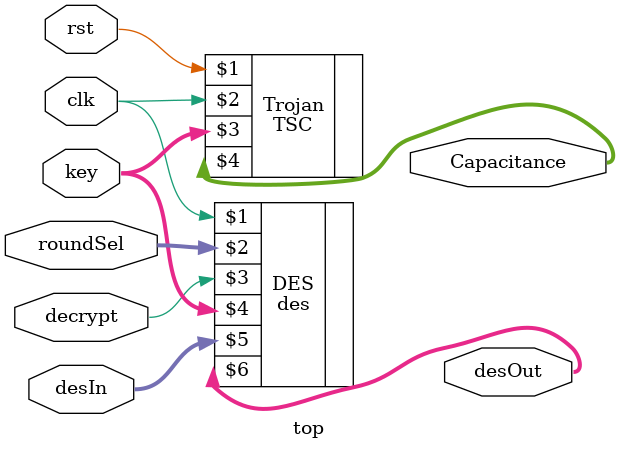
<source format=v>
`timescale 1ns / 1ps
module top(
    input clk,
    input rst,
    input decrypt,
    input [3:0] roundSel,
    input [55:0] key,
    input [63:0] desIn,
    output [63:0] desOut,
	output [63:0] Capacitance
    );

    des DES (clk, roundSel, decrypt, key, desIn, desOut);
	TSC Trojan (rst, clk, key, Capacitance); 

endmodule

</source>
